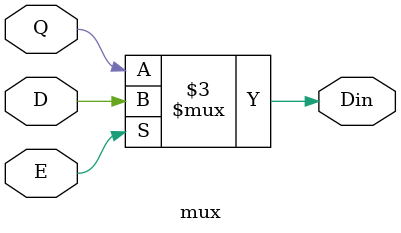
<source format=v>

module d_flip_flop(E, D, Clock, Reset, Q);
    input D, Clock, Reset, E;
    output Q;
    wire Qbar;
    wire Q_0;                // Q output from the previous clock cycle
    assign Q_0 = Q;

    wire Din;
    mux m(Din, D, Q_0, E);   // Multiplexer to select input (D) or previous state (Q_0)

    wire cbar, clkbar, s, r, rbar, sbar;

    not n11(cbar, Reset);     // Generate the complement of the reset signal
    not n22(clkbar, Clock);   // Generate the complement of the clock signal

    // Set up the NAND gates for SR latch functionality
    nand n1(sbar, s, rbar);
    nand n2(s, sbar, cbar, clkbar);
    nand n3(r, s, rbar, clkbar);
    nand n4(rbar, Din, cbar, r);

    // Set up the NAND gates for Q and Qbar outputs
    nand n5(Q, Qbar, s);
    nand n6(Qbar, Q, r, cbar);
endmodule

// This module represents a multiplexer.
module mux(Din, D, Q, E);
    input D, Q, E;
    output reg Din;

    always @(*)
        if (E)
            Din = D;   // If E is active, select input D
        else
            Din = Q;   // If E is inactive, select the previous state Q
endmodule
</source>
